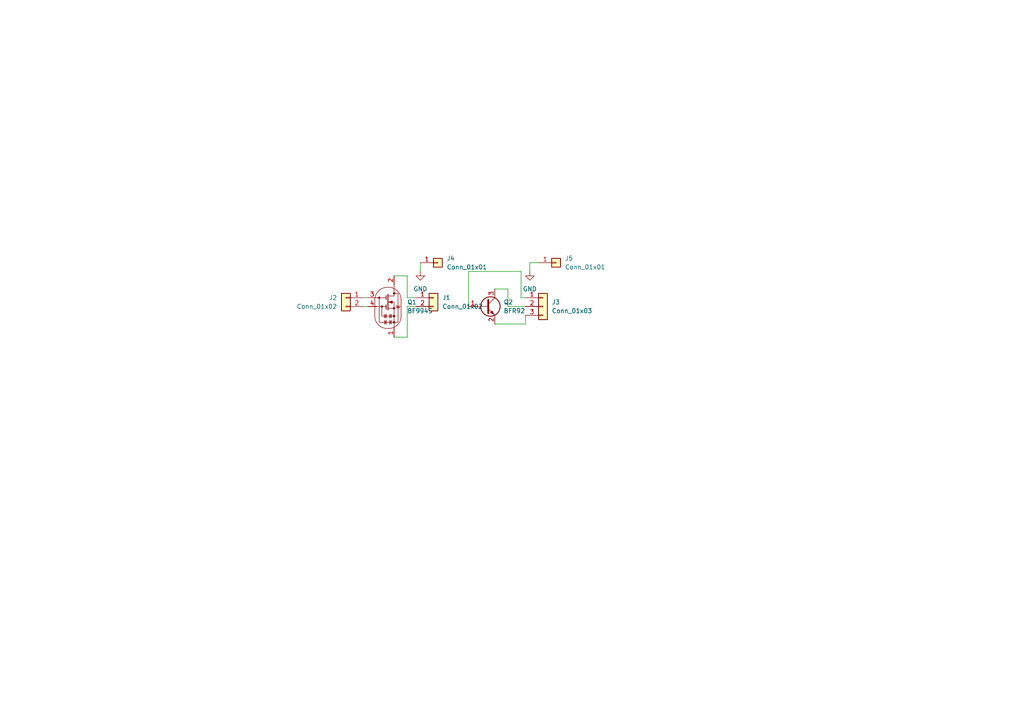
<source format=kicad_sch>
(kicad_sch
	(version 20250114)
	(generator "eeschema")
	(generator_version "9.0")
	(uuid "89172002-842f-4d27-a251-a183ac9b2cb2")
	(paper "A4")
	(lib_symbols
		(symbol "Connector_Generic:Conn_01x01"
			(pin_names
				(offset 1.016)
				(hide yes)
			)
			(exclude_from_sim no)
			(in_bom yes)
			(on_board yes)
			(property "Reference" "J"
				(at 0 2.54 0)
				(effects
					(font
						(size 1.27 1.27)
					)
				)
			)
			(property "Value" "Conn_01x01"
				(at 0 -2.54 0)
				(effects
					(font
						(size 1.27 1.27)
					)
				)
			)
			(property "Footprint" ""
				(at 0 0 0)
				(effects
					(font
						(size 1.27 1.27)
					)
					(hide yes)
				)
			)
			(property "Datasheet" "~"
				(at 0 0 0)
				(effects
					(font
						(size 1.27 1.27)
					)
					(hide yes)
				)
			)
			(property "Description" "Generic connector, single row, 01x01, script generated (kicad-library-utils/schlib/autogen/connector/)"
				(at 0 0 0)
				(effects
					(font
						(size 1.27 1.27)
					)
					(hide yes)
				)
			)
			(property "ki_keywords" "connector"
				(at 0 0 0)
				(effects
					(font
						(size 1.27 1.27)
					)
					(hide yes)
				)
			)
			(property "ki_fp_filters" "Connector*:*_1x??_*"
				(at 0 0 0)
				(effects
					(font
						(size 1.27 1.27)
					)
					(hide yes)
				)
			)
			(symbol "Conn_01x01_1_1"
				(rectangle
					(start -1.27 1.27)
					(end 1.27 -1.27)
					(stroke
						(width 0.254)
						(type default)
					)
					(fill
						(type background)
					)
				)
				(rectangle
					(start -1.27 0.127)
					(end 0 -0.127)
					(stroke
						(width 0.1524)
						(type default)
					)
					(fill
						(type none)
					)
				)
				(pin passive line
					(at -5.08 0 0)
					(length 3.81)
					(name "Pin_1"
						(effects
							(font
								(size 1.27 1.27)
							)
						)
					)
					(number "1"
						(effects
							(font
								(size 1.27 1.27)
							)
						)
					)
				)
			)
			(embedded_fonts no)
		)
		(symbol "Connector_Generic:Conn_01x02"
			(pin_names
				(offset 1.016)
				(hide yes)
			)
			(exclude_from_sim no)
			(in_bom yes)
			(on_board yes)
			(property "Reference" "J"
				(at 0 2.54 0)
				(effects
					(font
						(size 1.27 1.27)
					)
				)
			)
			(property "Value" "Conn_01x02"
				(at 0 -5.08 0)
				(effects
					(font
						(size 1.27 1.27)
					)
				)
			)
			(property "Footprint" ""
				(at 0 0 0)
				(effects
					(font
						(size 1.27 1.27)
					)
					(hide yes)
				)
			)
			(property "Datasheet" "~"
				(at 0 0 0)
				(effects
					(font
						(size 1.27 1.27)
					)
					(hide yes)
				)
			)
			(property "Description" "Generic connector, single row, 01x02, script generated (kicad-library-utils/schlib/autogen/connector/)"
				(at 0 0 0)
				(effects
					(font
						(size 1.27 1.27)
					)
					(hide yes)
				)
			)
			(property "ki_keywords" "connector"
				(at 0 0 0)
				(effects
					(font
						(size 1.27 1.27)
					)
					(hide yes)
				)
			)
			(property "ki_fp_filters" "Connector*:*_1x??_*"
				(at 0 0 0)
				(effects
					(font
						(size 1.27 1.27)
					)
					(hide yes)
				)
			)
			(symbol "Conn_01x02_1_1"
				(rectangle
					(start -1.27 1.27)
					(end 1.27 -3.81)
					(stroke
						(width 0.254)
						(type default)
					)
					(fill
						(type background)
					)
				)
				(rectangle
					(start -1.27 0.127)
					(end 0 -0.127)
					(stroke
						(width 0.1524)
						(type default)
					)
					(fill
						(type none)
					)
				)
				(rectangle
					(start -1.27 -2.413)
					(end 0 -2.667)
					(stroke
						(width 0.1524)
						(type default)
					)
					(fill
						(type none)
					)
				)
				(pin passive line
					(at -5.08 0 0)
					(length 3.81)
					(name "Pin_1"
						(effects
							(font
								(size 1.27 1.27)
							)
						)
					)
					(number "1"
						(effects
							(font
								(size 1.27 1.27)
							)
						)
					)
				)
				(pin passive line
					(at -5.08 -2.54 0)
					(length 3.81)
					(name "Pin_2"
						(effects
							(font
								(size 1.27 1.27)
							)
						)
					)
					(number "2"
						(effects
							(font
								(size 1.27 1.27)
							)
						)
					)
				)
			)
			(embedded_fonts no)
		)
		(symbol "Connector_Generic:Conn_01x03"
			(pin_names
				(offset 1.016)
				(hide yes)
			)
			(exclude_from_sim no)
			(in_bom yes)
			(on_board yes)
			(property "Reference" "J"
				(at 0 5.08 0)
				(effects
					(font
						(size 1.27 1.27)
					)
				)
			)
			(property "Value" "Conn_01x03"
				(at 0 -5.08 0)
				(effects
					(font
						(size 1.27 1.27)
					)
				)
			)
			(property "Footprint" ""
				(at 0 0 0)
				(effects
					(font
						(size 1.27 1.27)
					)
					(hide yes)
				)
			)
			(property "Datasheet" "~"
				(at 0 0 0)
				(effects
					(font
						(size 1.27 1.27)
					)
					(hide yes)
				)
			)
			(property "Description" "Generic connector, single row, 01x03, script generated (kicad-library-utils/schlib/autogen/connector/)"
				(at 0 0 0)
				(effects
					(font
						(size 1.27 1.27)
					)
					(hide yes)
				)
			)
			(property "ki_keywords" "connector"
				(at 0 0 0)
				(effects
					(font
						(size 1.27 1.27)
					)
					(hide yes)
				)
			)
			(property "ki_fp_filters" "Connector*:*_1x??_*"
				(at 0 0 0)
				(effects
					(font
						(size 1.27 1.27)
					)
					(hide yes)
				)
			)
			(symbol "Conn_01x03_1_1"
				(rectangle
					(start -1.27 3.81)
					(end 1.27 -3.81)
					(stroke
						(width 0.254)
						(type default)
					)
					(fill
						(type background)
					)
				)
				(rectangle
					(start -1.27 2.667)
					(end 0 2.413)
					(stroke
						(width 0.1524)
						(type default)
					)
					(fill
						(type none)
					)
				)
				(rectangle
					(start -1.27 0.127)
					(end 0 -0.127)
					(stroke
						(width 0.1524)
						(type default)
					)
					(fill
						(type none)
					)
				)
				(rectangle
					(start -1.27 -2.413)
					(end 0 -2.667)
					(stroke
						(width 0.1524)
						(type default)
					)
					(fill
						(type none)
					)
				)
				(pin passive line
					(at -5.08 2.54 0)
					(length 3.81)
					(name "Pin_1"
						(effects
							(font
								(size 1.27 1.27)
							)
						)
					)
					(number "1"
						(effects
							(font
								(size 1.27 1.27)
							)
						)
					)
				)
				(pin passive line
					(at -5.08 0 0)
					(length 3.81)
					(name "Pin_2"
						(effects
							(font
								(size 1.27 1.27)
							)
						)
					)
					(number "2"
						(effects
							(font
								(size 1.27 1.27)
							)
						)
					)
				)
				(pin passive line
					(at -5.08 -2.54 0)
					(length 3.81)
					(name "Pin_3"
						(effects
							(font
								(size 1.27 1.27)
							)
						)
					)
					(number "3"
						(effects
							(font
								(size 1.27 1.27)
							)
						)
					)
				)
			)
			(embedded_fonts no)
		)
		(symbol "Transistor_BJT:BFR92"
			(pin_names
				(offset 0)
				(hide yes)
			)
			(exclude_from_sim no)
			(in_bom yes)
			(on_board yes)
			(property "Reference" "Q"
				(at 5.08 1.905 0)
				(effects
					(font
						(size 1.27 1.27)
					)
					(justify left)
				)
			)
			(property "Value" "BFR92"
				(at 5.08 0 0)
				(effects
					(font
						(size 1.27 1.27)
					)
					(justify left)
				)
			)
			(property "Footprint" "Package_TO_SOT_SMD:SOT-323_SC-70"
				(at 5.08 -1.905 0)
				(effects
					(font
						(size 1.27 1.27)
						(italic yes)
					)
					(justify left)
					(hide yes)
				)
			)
			(property "Datasheet" "https://assets.nexperia.com/documents/data-sheet/BFR92A_N.pdf"
				(at 0 0 0)
				(effects
					(font
						(size 1.27 1.27)
					)
					(justify left)
					(hide yes)
				)
			)
			(property "Description" "0.025A Ic, 15V Vce, 5GHz Wideband NPN Transistor, SOT-323"
				(at 0 0 0)
				(effects
					(font
						(size 1.27 1.27)
					)
					(hide yes)
				)
			)
			(property "ki_keywords" "RF 5GHz NPN Transistor"
				(at 0 0 0)
				(effects
					(font
						(size 1.27 1.27)
					)
					(hide yes)
				)
			)
			(property "ki_fp_filters" "SOT?323*"
				(at 0 0 0)
				(effects
					(font
						(size 1.27 1.27)
					)
					(hide yes)
				)
			)
			(symbol "BFR92_0_1"
				(polyline
					(pts
						(xy -2.54 0) (xy 0.635 0)
					)
					(stroke
						(width 0)
						(type default)
					)
					(fill
						(type none)
					)
				)
				(polyline
					(pts
						(xy 0.635 1.905) (xy 0.635 -1.905)
					)
					(stroke
						(width 0.508)
						(type default)
					)
					(fill
						(type none)
					)
				)
				(circle
					(center 1.27 0)
					(radius 2.8194)
					(stroke
						(width 0.254)
						(type default)
					)
					(fill
						(type none)
					)
				)
			)
			(symbol "BFR92_1_1"
				(polyline
					(pts
						(xy 0.635 0.635) (xy 2.54 2.54)
					)
					(stroke
						(width 0)
						(type default)
					)
					(fill
						(type none)
					)
				)
				(polyline
					(pts
						(xy 0.635 -0.635) (xy 2.54 -2.54)
					)
					(stroke
						(width 0)
						(type default)
					)
					(fill
						(type none)
					)
				)
				(polyline
					(pts
						(xy 1.27 -1.778) (xy 1.778 -1.27) (xy 2.286 -2.286) (xy 1.27 -1.778)
					)
					(stroke
						(width 0)
						(type default)
					)
					(fill
						(type outline)
					)
				)
				(pin input line
					(at -5.08 0 0)
					(length 2.54)
					(name "B"
						(effects
							(font
								(size 1.27 1.27)
							)
						)
					)
					(number "1"
						(effects
							(font
								(size 1.27 1.27)
							)
						)
					)
				)
				(pin passive line
					(at 2.54 5.08 270)
					(length 2.54)
					(name "C"
						(effects
							(font
								(size 1.27 1.27)
							)
						)
					)
					(number "3"
						(effects
							(font
								(size 1.27 1.27)
							)
						)
					)
				)
				(pin passive line
					(at 2.54 -5.08 90)
					(length 2.54)
					(name "E"
						(effects
							(font
								(size 1.27 1.27)
							)
						)
					)
					(number "2"
						(effects
							(font
								(size 1.27 1.27)
							)
						)
					)
				)
			)
			(embedded_fonts no)
		)
		(symbol "Transistor_FET:BF994S"
			(pin_names
				(hide yes)
			)
			(exclude_from_sim no)
			(in_bom yes)
			(on_board yes)
			(property "Reference" "Q"
				(at 5.08 3.175 0)
				(effects
					(font
						(size 1.27 1.27)
					)
					(justify left)
				)
			)
			(property "Value" "BF994S"
				(at 5.207 1.27 0)
				(effects
					(font
						(size 1.27 1.27)
					)
					(justify left)
				)
			)
			(property "Footprint" "Package_TO_SOT_SMD:SOT-143"
				(at 5.207 -3.81 0)
				(effects
					(font
						(size 1.27 1.27)
						(italic yes)
					)
					(justify left)
					(hide yes)
				)
			)
			(property "Datasheet" "https://www.nxp.com/docs/en/data-sheet/BF994S.pdf"
				(at 5.207 -1.27 0)
				(effects
					(font
						(size 1.27 1.27)
					)
					(justify left)
					(hide yes)
				)
			)
			(property "Description" "VHF N-channel dual-gate MOS-FET, SOT-143"
				(at 0 0 0)
				(effects
					(font
						(size 1.27 1.27)
					)
					(hide yes)
				)
			)
			(property "ki_keywords" "N-Channel MOSFET"
				(at 0 0 0)
				(effects
					(font
						(size 1.27 1.27)
					)
					(hide yes)
				)
			)
			(property "ki_fp_filters" "SOT*143*"
				(at 0 0 0)
				(effects
					(font
						(size 1.27 1.27)
					)
					(hide yes)
				)
			)
			(symbol "BF994S_0_1"
				(circle
					(center -1.778 2.54)
					(radius 0.254)
					(stroke
						(width 0)
						(type default)
					)
					(fill
						(type outline)
					)
				)
				(circle
					(center -1.016 0)
					(radius 0.254)
					(stroke
						(width 0)
						(type default)
					)
					(fill
						(type outline)
					)
				)
				(polyline
					(pts
						(xy 0.254 3.175) (xy 0.254 2.032)
					)
					(stroke
						(width 0.254)
						(type default)
					)
					(fill
						(type none)
					)
				)
				(polyline
					(pts
						(xy 0.254 2.54) (xy -2.54 2.54)
					)
					(stroke
						(width 0)
						(type default)
					)
					(fill
						(type none)
					)
				)
				(polyline
					(pts
						(xy 0.254 0.508) (xy 0.254 -0.762)
					)
					(stroke
						(width 0.254)
						(type default)
					)
					(fill
						(type none)
					)
				)
				(polyline
					(pts
						(xy 0.254 0) (xy -2.54 0)
					)
					(stroke
						(width 0)
						(type default)
					)
					(fill
						(type none)
					)
				)
				(polyline
					(pts
						(xy 0.254 -2.286) (xy 0.254 -3.302)
					)
					(stroke
						(width 0)
						(type default)
					)
					(fill
						(type none)
					)
				)
				(polyline
					(pts
						(xy 0.254 -2.794) (xy -0.254 -2.286) (xy -0.254 -3.302) (xy 0.254 -2.794)
					)
					(stroke
						(width 0)
						(type default)
					)
					(fill
						(type none)
					)
				)
				(polyline
					(pts
						(xy 0.254 -3.302) (xy 0.127 -3.429)
					)
					(stroke
						(width 0)
						(type default)
					)
					(fill
						(type none)
					)
				)
				(polyline
					(pts
						(xy 0.254 -4.064) (xy 0.254 -5.08)
					)
					(stroke
						(width 0)
						(type default)
					)
					(fill
						(type none)
					)
				)
				(polyline
					(pts
						(xy 0.254 -4.572) (xy -0.254 -4.064) (xy -0.254 -5.08) (xy 0.254 -4.572)
					)
					(stroke
						(width 0)
						(type default)
					)
					(fill
						(type none)
					)
				)
				(polyline
					(pts
						(xy 0.254 -5.08) (xy 0.127 -5.207)
					)
					(stroke
						(width 0)
						(type default)
					)
					(fill
						(type none)
					)
				)
				(polyline
					(pts
						(xy 0.381 -2.159) (xy 0.254 -2.286)
					)
					(stroke
						(width 0)
						(type default)
					)
					(fill
						(type none)
					)
				)
				(polyline
					(pts
						(xy 0.381 -3.937) (xy 0.254 -4.064)
					)
					(stroke
						(width 0)
						(type default)
					)
					(fill
						(type none)
					)
				)
				(polyline
					(pts
						(xy 0.762 3.556) (xy 0.762 -1.016)
					)
					(stroke
						(width 0.254)
						(type default)
					)
					(fill
						(type none)
					)
				)
				(polyline
					(pts
						(xy 0.762 3.048) (xy 2.54 3.048)
					)
					(stroke
						(width 0)
						(type default)
					)
					(fill
						(type none)
					)
				)
				(polyline
					(pts
						(xy 0.762 -0.508) (xy 2.54 -0.508)
					)
					(stroke
						(width 0)
						(type default)
					)
					(fill
						(type none)
					)
				)
				(polyline
					(pts
						(xy 1.016 1.27) (xy 2.032 1.651) (xy 2.032 0.889) (xy 1.016 1.27)
					)
					(stroke
						(width 0)
						(type default)
					)
					(fill
						(type outline)
					)
				)
				(polyline
					(pts
						(xy 1.27 -2.286) (xy 1.27 -3.302)
					)
					(stroke
						(width 0)
						(type default)
					)
					(fill
						(type none)
					)
				)
				(polyline
					(pts
						(xy 1.27 -2.794) (xy 1.778 -2.286) (xy 1.778 -3.302) (xy 1.27 -2.794)
					)
					(stroke
						(width 0)
						(type default)
					)
					(fill
						(type none)
					)
				)
				(polyline
					(pts
						(xy 1.27 -3.302) (xy 1.143 -3.429)
					)
					(stroke
						(width 0)
						(type default)
					)
					(fill
						(type none)
					)
				)
				(polyline
					(pts
						(xy 1.27 -4.064) (xy 1.27 -5.08)
					)
					(stroke
						(width 0)
						(type default)
					)
					(fill
						(type none)
					)
				)
				(polyline
					(pts
						(xy 1.27 -4.572) (xy 1.778 -4.064) (xy 1.778 -5.08) (xy 1.27 -4.572)
					)
					(stroke
						(width 0)
						(type default)
					)
					(fill
						(type none)
					)
				)
				(polyline
					(pts
						(xy 1.27 -5.08) (xy 1.143 -5.207)
					)
					(stroke
						(width 0)
						(type default)
					)
					(fill
						(type none)
					)
				)
				(polyline
					(pts
						(xy 1.397 -2.159) (xy 1.27 -2.286)
					)
					(stroke
						(width 0)
						(type default)
					)
					(fill
						(type none)
					)
				)
				(polyline
					(pts
						(xy 1.397 -3.937) (xy 1.27 -4.064)
					)
					(stroke
						(width 0)
						(type default)
					)
					(fill
						(type none)
					)
				)
				(polyline
					(pts
						(xy 2.54 6.35) (xy 2.54 3.048)
					)
					(stroke
						(width 0)
						(type default)
					)
					(fill
						(type none)
					)
				)
				(circle
					(center 2.54 3.81)
					(radius 0.254)
					(stroke
						(width 0)
						(type default)
					)
					(fill
						(type outline)
					)
				)
				(circle
					(center 2.54 -0.508)
					(radius 0.254)
					(stroke
						(width 0)
						(type default)
					)
					(fill
						(type outline)
					)
				)
				(polyline
					(pts
						(xy 2.54 -2.794) (xy -1.016 -2.794) (xy -1.016 0)
					)
					(stroke
						(width 0)
						(type default)
					)
					(fill
						(type none)
					)
				)
				(circle
					(center 2.54 -2.794)
					(radius 0.254)
					(stroke
						(width 0)
						(type default)
					)
					(fill
						(type outline)
					)
				)
				(circle
					(center 2.54 -4.572)
					(radius 0.254)
					(stroke
						(width 0)
						(type default)
					)
					(fill
						(type outline)
					)
				)
				(polyline
					(pts
						(xy 2.54 -6.35) (xy 2.54 1.27) (xy 0.762 1.27)
					)
					(stroke
						(width 0)
						(type default)
					)
					(fill
						(type none)
					)
				)
				(polyline
					(pts
						(xy 2.794 -4.572) (xy 3.683 -4.572) (xy 3.683 3.81) (xy 2.794 3.81)
					)
					(stroke
						(width 0)
						(type default)
					)
					(fill
						(type none)
					)
				)
				(polyline
					(pts
						(xy 3.683 0.127) (xy 4.191 -0.381) (xy 3.175 -0.381) (xy 3.683 0.127)
					)
					(stroke
						(width 0)
						(type default)
					)
					(fill
						(type none)
					)
				)
				(polyline
					(pts
						(xy 4.191 0.127) (xy 4.318 0)
					)
					(stroke
						(width 0)
						(type default)
					)
					(fill
						(type none)
					)
				)
				(polyline
					(pts
						(xy 4.191 0.127) (xy 3.175 0.127) (xy 3.048 0.254)
					)
					(stroke
						(width 0)
						(type default)
					)
					(fill
						(type none)
					)
				)
			)
			(symbol "BF994S_1_1"
				(polyline
					(pts
						(xy -3.048 -3.048) (xy -3.048 2.032)
					)
					(stroke
						(width 0)
						(type default)
					)
					(fill
						(type none)
					)
				)
				(arc
					(start 0.762 -6.35)
					(mid -1.8266 -5.4878)
					(end -3.048 -3.048)
					(stroke
						(width 0)
						(type default)
					)
					(fill
						(type none)
					)
				)
				(arc
					(start -3.048 2.032)
					(mid -1.8782 4.5977)
					(end 0.762 5.588)
					(stroke
						(width 0)
						(type default)
					)
					(fill
						(type none)
					)
				)
				(arc
					(start 0.762 5.588)
					(mid 3.4031 4.5987)
					(end 4.572 2.032)
					(stroke
						(width 0)
						(type default)
					)
					(fill
						(type none)
					)
				)
				(arc
					(start 4.572 -3.048)
					(mid 3.3505 -5.4877)
					(end 0.762 -6.35)
					(stroke
						(width 0)
						(type default)
					)
					(fill
						(type none)
					)
				)
				(polyline
					(pts
						(xy 2.54 -4.572) (xy -1.778 -4.572) (xy -1.778 2.54)
					)
					(stroke
						(width 0)
						(type default)
					)
					(fill
						(type none)
					)
				)
				(polyline
					(pts
						(xy 4.572 2.032) (xy 4.572 -3.048)
					)
					(stroke
						(width 0)
						(type default)
					)
					(fill
						(type none)
					)
				)
				(pin input line
					(at -5.08 2.54 0)
					(length 2.54)
					(name "G2"
						(effects
							(font
								(size 1.27 1.27)
							)
						)
					)
					(number "3"
						(effects
							(font
								(size 1.27 1.27)
							)
						)
					)
				)
				(pin input line
					(at -5.08 0 0)
					(length 2.54)
					(name "G1"
						(effects
							(font
								(size 1.27 1.27)
							)
						)
					)
					(number "4"
						(effects
							(font
								(size 1.27 1.27)
							)
						)
					)
				)
				(pin passive line
					(at 2.54 8.89 270)
					(length 2.54)
					(name "D"
						(effects
							(font
								(size 1.27 1.27)
							)
						)
					)
					(number "2"
						(effects
							(font
								(size 1.27 1.27)
							)
						)
					)
				)
				(pin passive line
					(at 2.54 -8.89 90)
					(length 2.54)
					(name "S"
						(effects
							(font
								(size 1.27 1.27)
							)
						)
					)
					(number "1"
						(effects
							(font
								(size 1.27 1.27)
							)
						)
					)
				)
			)
			(embedded_fonts no)
		)
		(symbol "power:GND"
			(power)
			(pin_numbers
				(hide yes)
			)
			(pin_names
				(offset 0)
				(hide yes)
			)
			(exclude_from_sim no)
			(in_bom yes)
			(on_board yes)
			(property "Reference" "#PWR"
				(at 0 -6.35 0)
				(effects
					(font
						(size 1.27 1.27)
					)
					(hide yes)
				)
			)
			(property "Value" "GND"
				(at 0 -3.81 0)
				(effects
					(font
						(size 1.27 1.27)
					)
				)
			)
			(property "Footprint" ""
				(at 0 0 0)
				(effects
					(font
						(size 1.27 1.27)
					)
					(hide yes)
				)
			)
			(property "Datasheet" ""
				(at 0 0 0)
				(effects
					(font
						(size 1.27 1.27)
					)
					(hide yes)
				)
			)
			(property "Description" "Power symbol creates a global label with name \"GND\" , ground"
				(at 0 0 0)
				(effects
					(font
						(size 1.27 1.27)
					)
					(hide yes)
				)
			)
			(property "ki_keywords" "global power"
				(at 0 0 0)
				(effects
					(font
						(size 1.27 1.27)
					)
					(hide yes)
				)
			)
			(symbol "GND_0_1"
				(polyline
					(pts
						(xy 0 0) (xy 0 -1.27) (xy 1.27 -1.27) (xy 0 -2.54) (xy -1.27 -1.27) (xy 0 -1.27)
					)
					(stroke
						(width 0)
						(type default)
					)
					(fill
						(type none)
					)
				)
			)
			(symbol "GND_1_1"
				(pin power_in line
					(at 0 0 270)
					(length 0)
					(name "~"
						(effects
							(font
								(size 1.27 1.27)
							)
						)
					)
					(number "1"
						(effects
							(font
								(size 1.27 1.27)
							)
						)
					)
				)
			)
			(embedded_fonts no)
		)
	)
	(wire
		(pts
			(xy 152.4 93.98) (xy 152.4 91.44)
		)
		(stroke
			(width 0)
			(type default)
		)
		(uuid "0463ba5f-f183-4be9-a5a0-2d656e6d04b1")
	)
	(wire
		(pts
			(xy 118.11 80.01) (xy 118.11 86.36)
		)
		(stroke
			(width 0)
			(type default)
		)
		(uuid "07e1b9d3-2fca-4c6d-87b0-bb84cc61c617")
	)
	(wire
		(pts
			(xy 120.65 88.9) (xy 118.11 88.9)
		)
		(stroke
			(width 0)
			(type default)
		)
		(uuid "10bdc440-400a-4734-bf70-9d0ad374b65b")
	)
	(wire
		(pts
			(xy 147.32 83.82) (xy 147.32 88.9)
		)
		(stroke
			(width 0)
			(type default)
		)
		(uuid "10ddbc86-94c4-421c-95ae-c0180927a69d")
	)
	(wire
		(pts
			(xy 105.41 88.9) (xy 106.68 88.9)
		)
		(stroke
			(width 0)
			(type default)
		)
		(uuid "1cc6841e-8e56-4b6b-9c33-59cb43dd104d")
	)
	(wire
		(pts
			(xy 143.51 83.82) (xy 147.32 83.82)
		)
		(stroke
			(width 0)
			(type default)
		)
		(uuid "1fb05928-4ebc-465b-bc52-db36743ce9a8")
	)
	(wire
		(pts
			(xy 147.32 88.9) (xy 152.4 88.9)
		)
		(stroke
			(width 0)
			(type default)
		)
		(uuid "22c05a3e-6b3e-449d-8504-d4dc658e8276")
	)
	(wire
		(pts
			(xy 121.92 76.2) (xy 121.92 78.74)
		)
		(stroke
			(width 0)
			(type default)
		)
		(uuid "36f05f29-2b6b-44af-b6cf-e0a358f17e3f")
	)
	(wire
		(pts
			(xy 151.13 86.36) (xy 152.4 86.36)
		)
		(stroke
			(width 0)
			(type default)
		)
		(uuid "64dae679-7db7-4851-8c5f-dca9df4430e5")
	)
	(wire
		(pts
			(xy 143.51 93.98) (xy 152.4 93.98)
		)
		(stroke
			(width 0)
			(type default)
		)
		(uuid "75e44fce-dfcf-4174-8397-f4986d36b319")
	)
	(wire
		(pts
			(xy 118.11 86.36) (xy 120.65 86.36)
		)
		(stroke
			(width 0)
			(type default)
		)
		(uuid "75fd4c6c-bd48-4ca1-970f-672024fcf197")
	)
	(wire
		(pts
			(xy 105.41 86.36) (xy 106.68 86.36)
		)
		(stroke
			(width 0)
			(type default)
		)
		(uuid "a06d1030-f9de-4607-a78f-3ef02077bd29")
	)
	(wire
		(pts
			(xy 153.67 78.74) (xy 153.67 76.2)
		)
		(stroke
			(width 0)
			(type default)
		)
		(uuid "af9f8f40-e0f4-4032-8f86-0ec4499c6314")
	)
	(wire
		(pts
			(xy 135.89 78.74) (xy 151.13 78.74)
		)
		(stroke
			(width 0)
			(type default)
		)
		(uuid "c8dde159-6d37-4e9d-9ea9-e1ac48de3089")
	)
	(wire
		(pts
			(xy 135.89 78.74) (xy 135.89 88.9)
		)
		(stroke
			(width 0)
			(type default)
		)
		(uuid "d8727c0f-6eb7-4d14-be2b-8f7ffeb8d2bb")
	)
	(wire
		(pts
			(xy 118.11 97.79) (xy 114.3 97.79)
		)
		(stroke
			(width 0)
			(type default)
		)
		(uuid "e0f7307d-1eba-41bb-b58d-c38947e4e7bd")
	)
	(wire
		(pts
			(xy 153.67 76.2) (xy 156.21 76.2)
		)
		(stroke
			(width 0)
			(type default)
		)
		(uuid "e40781be-f7ce-400c-9ea4-02f6788666b6")
	)
	(wire
		(pts
			(xy 118.11 88.9) (xy 118.11 97.79)
		)
		(stroke
			(width 0)
			(type default)
		)
		(uuid "ef74e711-100f-4ccf-a9ca-f60b21b8324f")
	)
	(wire
		(pts
			(xy 114.3 80.01) (xy 118.11 80.01)
		)
		(stroke
			(width 0)
			(type default)
		)
		(uuid "f2ac2018-24b2-4dc4-96f4-ddd5509ae4e2")
	)
	(wire
		(pts
			(xy 151.13 78.74) (xy 151.13 86.36)
		)
		(stroke
			(width 0)
			(type default)
		)
		(uuid "faeac7cb-dbd0-4f50-9120-bb830d2eaef3")
	)
	(symbol
		(lib_id "Connector_Generic:Conn_01x02")
		(at 100.33 86.36 0)
		(mirror y)
		(unit 1)
		(exclude_from_sim no)
		(in_bom yes)
		(on_board yes)
		(dnp no)
		(uuid "0b423289-4a67-4728-ab93-3f74f182df30")
		(property "Reference" "J2"
			(at 97.79 86.3599 0)
			(effects
				(font
					(size 1.27 1.27)
				)
				(justify left)
			)
		)
		(property "Value" "Conn_01x02"
			(at 97.79 88.8999 0)
			(effects
				(font
					(size 1.27 1.27)
				)
				(justify left)
			)
		)
		(property "Footprint" "Connector_PinHeader_2.54mm:PinHeader_1x02_P2.54mm_Vertical"
			(at 100.33 86.36 0)
			(effects
				(font
					(size 1.27 1.27)
				)
				(hide yes)
			)
		)
		(property "Datasheet" "~"
			(at 100.33 86.36 0)
			(effects
				(font
					(size 1.27 1.27)
				)
				(hide yes)
			)
		)
		(property "Description" "Generic connector, single row, 01x02, script generated (kicad-library-utils/schlib/autogen/connector/)"
			(at 100.33 86.36 0)
			(effects
				(font
					(size 1.27 1.27)
				)
				(hide yes)
			)
		)
		(pin "2"
			(uuid "b8881873-73a3-4aec-a5c6-9013244b2855")
		)
		(pin "1"
			(uuid "9982224f-dbe1-457c-aa0e-b9320fee1911")
		)
		(instances
			(project ""
				(path "/89172002-842f-4d27-a251-a183ac9b2cb2"
					(reference "J2")
					(unit 1)
				)
			)
		)
	)
	(symbol
		(lib_id "power:GND")
		(at 153.67 78.74 0)
		(unit 1)
		(exclude_from_sim no)
		(in_bom yes)
		(on_board yes)
		(dnp no)
		(fields_autoplaced yes)
		(uuid "0de6e854-8ed2-4ae0-a890-cf8e9ff27fac")
		(property "Reference" "#PWR02"
			(at 153.67 85.09 0)
			(effects
				(font
					(size 1.27 1.27)
				)
				(hide yes)
			)
		)
		(property "Value" "GND"
			(at 153.67 83.82 0)
			(effects
				(font
					(size 1.27 1.27)
				)
			)
		)
		(property "Footprint" ""
			(at 153.67 78.74 0)
			(effects
				(font
					(size 1.27 1.27)
				)
				(hide yes)
			)
		)
		(property "Datasheet" ""
			(at 153.67 78.74 0)
			(effects
				(font
					(size 1.27 1.27)
				)
				(hide yes)
			)
		)
		(property "Description" "Power symbol creates a global label with name \"GND\" , ground"
			(at 153.67 78.74 0)
			(effects
				(font
					(size 1.27 1.27)
				)
				(hide yes)
			)
		)
		(pin "1"
			(uuid "e69e5f5d-9f03-4d04-ad4b-a471994ea9c9")
		)
		(instances
			(project ""
				(path "/89172002-842f-4d27-a251-a183ac9b2cb2"
					(reference "#PWR02")
					(unit 1)
				)
			)
		)
	)
	(symbol
		(lib_id "Connector_Generic:Conn_01x01")
		(at 161.29 76.2 0)
		(unit 1)
		(exclude_from_sim no)
		(in_bom yes)
		(on_board yes)
		(dnp no)
		(fields_autoplaced yes)
		(uuid "4126153a-48af-4e7b-a878-53c2b1b38395")
		(property "Reference" "J5"
			(at 163.83 74.9299 0)
			(effects
				(font
					(size 1.27 1.27)
				)
				(justify left)
			)
		)
		(property "Value" "Conn_01x01"
			(at 163.83 77.4699 0)
			(effects
				(font
					(size 1.27 1.27)
				)
				(justify left)
			)
		)
		(property "Footprint" "Connector_PinHeader_2.54mm:PinHeader_1x01_P2.54mm_Vertical"
			(at 161.29 76.2 0)
			(effects
				(font
					(size 1.27 1.27)
				)
				(hide yes)
			)
		)
		(property "Datasheet" "~"
			(at 161.29 76.2 0)
			(effects
				(font
					(size 1.27 1.27)
				)
				(hide yes)
			)
		)
		(property "Description" "Generic connector, single row, 01x01, script generated (kicad-library-utils/schlib/autogen/connector/)"
			(at 161.29 76.2 0)
			(effects
				(font
					(size 1.27 1.27)
				)
				(hide yes)
			)
		)
		(pin "1"
			(uuid "3f196156-372c-456c-b582-31ed7f5a95be")
		)
		(instances
			(project ""
				(path "/89172002-842f-4d27-a251-a183ac9b2cb2"
					(reference "J5")
					(unit 1)
				)
			)
		)
	)
	(symbol
		(lib_id "Connector_Generic:Conn_01x02")
		(at 125.73 86.36 0)
		(unit 1)
		(exclude_from_sim no)
		(in_bom yes)
		(on_board yes)
		(dnp no)
		(fields_autoplaced yes)
		(uuid "6ed01013-4d52-40f3-a884-4397c80432b0")
		(property "Reference" "J1"
			(at 128.27 86.3599 0)
			(effects
				(font
					(size 1.27 1.27)
				)
				(justify left)
			)
		)
		(property "Value" "Conn_01x02"
			(at 128.27 88.8999 0)
			(effects
				(font
					(size 1.27 1.27)
				)
				(justify left)
			)
		)
		(property "Footprint" "Connector_PinHeader_2.54mm:PinHeader_1x02_P2.54mm_Vertical"
			(at 125.73 86.36 0)
			(effects
				(font
					(size 1.27 1.27)
				)
				(hide yes)
			)
		)
		(property "Datasheet" "~"
			(at 125.73 86.36 0)
			(effects
				(font
					(size 1.27 1.27)
				)
				(hide yes)
			)
		)
		(property "Description" "Generic connector, single row, 01x02, script generated (kicad-library-utils/schlib/autogen/connector/)"
			(at 125.73 86.36 0)
			(effects
				(font
					(size 1.27 1.27)
				)
				(hide yes)
			)
		)
		(pin "2"
			(uuid "b8881873-73a3-4aec-a5c6-9013244b2855")
		)
		(pin "1"
			(uuid "9982224f-dbe1-457c-aa0e-b9320fee1911")
		)
		(instances
			(project ""
				(path "/89172002-842f-4d27-a251-a183ac9b2cb2"
					(reference "J1")
					(unit 1)
				)
			)
		)
	)
	(symbol
		(lib_id "Connector_Generic:Conn_01x01")
		(at 127 76.2 0)
		(unit 1)
		(exclude_from_sim no)
		(in_bom yes)
		(on_board yes)
		(dnp no)
		(fields_autoplaced yes)
		(uuid "bc6aef08-0913-4426-bf75-270350568cc6")
		(property "Reference" "J4"
			(at 129.54 74.9299 0)
			(effects
				(font
					(size 1.27 1.27)
				)
				(justify left)
			)
		)
		(property "Value" "Conn_01x01"
			(at 129.54 77.4699 0)
			(effects
				(font
					(size 1.27 1.27)
				)
				(justify left)
			)
		)
		(property "Footprint" "Connector_PinHeader_2.54mm:PinHeader_1x01_P2.54mm_Vertical"
			(at 127 76.2 0)
			(effects
				(font
					(size 1.27 1.27)
				)
				(hide yes)
			)
		)
		(property "Datasheet" "~"
			(at 127 76.2 0)
			(effects
				(font
					(size 1.27 1.27)
				)
				(hide yes)
			)
		)
		(property "Description" "Generic connector, single row, 01x01, script generated (kicad-library-utils/schlib/autogen/connector/)"
			(at 127 76.2 0)
			(effects
				(font
					(size 1.27 1.27)
				)
				(hide yes)
			)
		)
		(pin "1"
			(uuid "3f196156-372c-456c-b582-31ed7f5a95be")
		)
		(instances
			(project ""
				(path "/89172002-842f-4d27-a251-a183ac9b2cb2"
					(reference "J4")
					(unit 1)
				)
			)
		)
	)
	(symbol
		(lib_id "Connector_Generic:Conn_01x03")
		(at 157.48 88.9 0)
		(unit 1)
		(exclude_from_sim no)
		(in_bom yes)
		(on_board yes)
		(dnp no)
		(fields_autoplaced yes)
		(uuid "e3ea1cf4-d2d3-44fa-857d-e3ab73f6b240")
		(property "Reference" "J3"
			(at 160.02 87.6299 0)
			(effects
				(font
					(size 1.27 1.27)
				)
				(justify left)
			)
		)
		(property "Value" "Conn_01x03"
			(at 160.02 90.1699 0)
			(effects
				(font
					(size 1.27 1.27)
				)
				(justify left)
			)
		)
		(property "Footprint" "Connector_PinHeader_2.54mm:PinHeader_1x03_P2.54mm_Vertical"
			(at 157.48 88.9 0)
			(effects
				(font
					(size 1.27 1.27)
				)
				(hide yes)
			)
		)
		(property "Datasheet" "~"
			(at 157.48 88.9 0)
			(effects
				(font
					(size 1.27 1.27)
				)
				(hide yes)
			)
		)
		(property "Description" "Generic connector, single row, 01x03, script generated (kicad-library-utils/schlib/autogen/connector/)"
			(at 157.48 88.9 0)
			(effects
				(font
					(size 1.27 1.27)
				)
				(hide yes)
			)
		)
		(pin "2"
			(uuid "7615799c-6893-4c5a-b406-1a2e2d844e40")
		)
		(pin "1"
			(uuid "2f76e398-0e17-4912-b9fd-73a7badceedc")
		)
		(pin "3"
			(uuid "8e811994-69ba-459b-902d-11eda3cb2f70")
		)
		(instances
			(project ""
				(path "/89172002-842f-4d27-a251-a183ac9b2cb2"
					(reference "J3")
					(unit 1)
				)
			)
		)
	)
	(symbol
		(lib_id "Transistor_FET:BF994S")
		(at 111.76 88.9 0)
		(unit 1)
		(exclude_from_sim no)
		(in_bom yes)
		(on_board yes)
		(dnp no)
		(fields_autoplaced yes)
		(uuid "e5854f6b-a5e3-4d42-8b44-71cb333a87e9")
		(property "Reference" "Q1"
			(at 118.11 87.6344 0)
			(effects
				(font
					(size 1.27 1.27)
				)
				(justify left)
			)
		)
		(property "Value" "BF994S"
			(at 118.11 90.1744 0)
			(effects
				(font
					(size 1.27 1.27)
				)
				(justify left)
			)
		)
		(property "Footprint" "Package_TO_SOT_SMD:SOT-143"
			(at 116.967 92.71 0)
			(effects
				(font
					(size 1.27 1.27)
					(italic yes)
				)
				(justify left)
				(hide yes)
			)
		)
		(property "Datasheet" "https://www.nxp.com/docs/en/data-sheet/BF994S.pdf"
			(at 116.967 90.17 0)
			(effects
				(font
					(size 1.27 1.27)
				)
				(justify left)
				(hide yes)
			)
		)
		(property "Description" "VHF N-channel dual-gate MOS-FET, SOT-143"
			(at 111.76 88.9 0)
			(effects
				(font
					(size 1.27 1.27)
				)
				(hide yes)
			)
		)
		(pin "4"
			(uuid "49ef4033-1ee4-4bd1-87e4-b7f1e1003738")
		)
		(pin "2"
			(uuid "fff92530-7e3a-4dde-8b6e-80916fa004f2")
		)
		(pin "1"
			(uuid "1483fc7c-6306-43e4-8f18-10252e3c7dc0")
		)
		(pin "3"
			(uuid "cbdb2164-2292-4266-9b73-597b62cf77d3")
		)
		(instances
			(project ""
				(path "/89172002-842f-4d27-a251-a183ac9b2cb2"
					(reference "Q1")
					(unit 1)
				)
			)
		)
	)
	(symbol
		(lib_id "Transistor_BJT:BFR92")
		(at 140.97 88.9 0)
		(unit 1)
		(exclude_from_sim no)
		(in_bom yes)
		(on_board yes)
		(dnp no)
		(fields_autoplaced yes)
		(uuid "f74c51d8-1839-4287-a69f-41b62b697b4d")
		(property "Reference" "Q2"
			(at 146.05 87.6299 0)
			(effects
				(font
					(size 1.27 1.27)
				)
				(justify left)
			)
		)
		(property "Value" "BFR92"
			(at 146.05 90.1699 0)
			(effects
				(font
					(size 1.27 1.27)
				)
				(justify left)
			)
		)
		(property "Footprint" "Package_TO_SOT_SMD:SOT-23"
			(at 146.05 90.805 0)
			(effects
				(font
					(size 1.27 1.27)
					(italic yes)
				)
				(justify left)
				(hide yes)
			)
		)
		(property "Datasheet" "https://assets.nexperia.com/documents/data-sheet/BFR92A_N.pdf"
			(at 140.97 88.9 0)
			(effects
				(font
					(size 1.27 1.27)
				)
				(justify left)
				(hide yes)
			)
		)
		(property "Description" "0.025A Ic, 15V Vce, 5GHz Wideband NPN Transistor, SOT-323"
			(at 140.97 88.9 0)
			(effects
				(font
					(size 1.27 1.27)
				)
				(hide yes)
			)
		)
		(pin "3"
			(uuid "9e2292e5-5236-4cb0-b65d-ea8cf380dbba")
		)
		(pin "1"
			(uuid "0b57a986-9a4c-4c0d-9da9-45da8f40bb8c")
		)
		(pin "2"
			(uuid "f7d21418-eb11-4009-b9fc-15350cf69102")
		)
		(instances
			(project ""
				(path "/89172002-842f-4d27-a251-a183ac9b2cb2"
					(reference "Q2")
					(unit 1)
				)
			)
		)
	)
	(symbol
		(lib_id "power:GND")
		(at 121.92 78.74 0)
		(unit 1)
		(exclude_from_sim no)
		(in_bom yes)
		(on_board yes)
		(dnp no)
		(fields_autoplaced yes)
		(uuid "f80d7c6e-bb21-4b8d-9660-ee98d73f0b95")
		(property "Reference" "#PWR01"
			(at 121.92 85.09 0)
			(effects
				(font
					(size 1.27 1.27)
				)
				(hide yes)
			)
		)
		(property "Value" "GND"
			(at 121.92 83.82 0)
			(effects
				(font
					(size 1.27 1.27)
				)
			)
		)
		(property "Footprint" ""
			(at 121.92 78.74 0)
			(effects
				(font
					(size 1.27 1.27)
				)
				(hide yes)
			)
		)
		(property "Datasheet" ""
			(at 121.92 78.74 0)
			(effects
				(font
					(size 1.27 1.27)
				)
				(hide yes)
			)
		)
		(property "Description" "Power symbol creates a global label with name \"GND\" , ground"
			(at 121.92 78.74 0)
			(effects
				(font
					(size 1.27 1.27)
				)
				(hide yes)
			)
		)
		(pin "1"
			(uuid "e69e5f5d-9f03-4d04-ad4b-a471994ea9c9")
		)
		(instances
			(project ""
				(path "/89172002-842f-4d27-a251-a183ac9b2cb2"
					(reference "#PWR01")
					(unit 1)
				)
			)
		)
	)
	(sheet_instances
		(path "/"
			(page "1")
		)
	)
	(embedded_fonts no)
)

</source>
